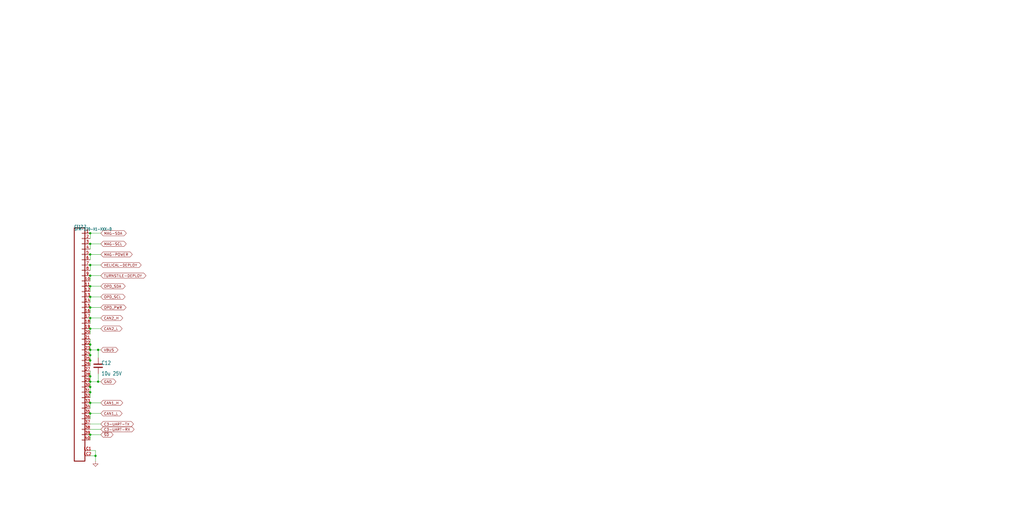
<source format=kicad_sch>
(kicad_sch (version 20211123) (generator eeschema)
  (paper "User" 490.22 254.406)
  (lib_symbols
    (symbol "Device:C" (pin_numbers hide) (pin_names (offset 0.254))
      (property "Reference" "C" (at 0.635 2.54 0))
      (property "Value" "C" (at 0.635 -2.54 0))
      (symbol "C_0_1"
        (polyline (pts (xy -2.032 -0.762) (xy 2.032 -0.762)) (stroke (width 0.508)))
        (polyline (pts (xy -2.032 0.762) (xy 2.032 0.762)) (stroke (width 0.508)))
      )
      (symbol "C_1_1"
        (pin passive line (at 0 3.81 270) (length 2.794) (name "~") (number "1"))
        (pin passive line (at 0 -3.81 90) (length 2.794) (name "~") (number "2"))
      )
    )
    (symbol "oresat-connectors:J-SAMTEC-TFM-120-01-L-D-RA" (pin_names hide)
      (property "Reference" "J" (at -2.54 53.34 0))
      (property "Value" "J-SAMTEC-TFM-120-01-L-D-RA" (at 0 -55.88 0))
      (symbol "J-SAMTEC-TFM-120-01-L-D-RA_0_1"
        (rectangle (start -2.54 50.8) (end 2.54 -60.96) (stroke (width 0.4)))
        (rectangle (start 2.413 -50.673) (end 1.143 -50.927) (stroke (width 0.1524)))
        (rectangle (start 2.413 -48.133) (end 1.143 -48.387) (stroke (width 0.1524)))
        (rectangle (start 2.413 -45.593) (end 1.143 -45.847) (stroke (width 0.1524)))
        (rectangle (start 2.413 -43.053) (end 1.143 -43.307) (stroke (width 0.1524)))
        (rectangle (start 2.413 -40.513) (end 1.143 -40.767) (stroke (width 0.1524)))
        (rectangle (start 2.413 -37.973) (end 1.143 -38.227) (stroke (width 0.1524)))
        (rectangle (start 2.413 -35.433) (end 1.143 -35.687) (stroke (width 0.1524)))
        (rectangle (start 2.413 -32.893) (end 1.143 -33.147) (stroke (width 0.1524)))
        (rectangle (start 2.413 -30.353) (end 1.143 -30.607) (stroke (width 0.1524)))
        (rectangle (start 2.413 -27.813) (end 1.143 -28.067) (stroke (width 0.1524)))
        (rectangle (start 2.413 -25.273) (end 1.143 -25.527) (stroke (width 0.1524)))
        (rectangle (start 2.413 -22.733) (end 1.143 -22.987) (stroke (width 0.1524)))
        (rectangle (start 2.413 -20.193) (end 1.143 -20.447) (stroke (width 0.1524)))
        (rectangle (start 2.413 -17.653) (end 1.143 -17.907) (stroke (width 0.1524)))
        (rectangle (start 2.413 -15.113) (end 1.143 -15.367) (stroke (width 0.1524)))
        (rectangle (start 2.413 -12.573) (end 1.143 -12.827) (stroke (width 0.1524)))
        (rectangle (start 2.413 -10.033) (end 1.143 -10.287) (stroke (width 0.1524)))
        (rectangle (start 2.413 -7.493) (end 1.143 -7.747) (stroke (width 0.1524)))
        (rectangle (start 2.413 -4.953) (end 1.143 -5.207) (stroke (width 0.1524)))
        (rectangle (start 2.413 -2.413) (end 1.143 -2.667) (stroke (width 0.1524)))
        (rectangle (start 2.413 0.127) (end 1.143 -0.127) (stroke (width 0.1524)))
        (rectangle (start 2.413 2.667) (end 1.143 2.413) (stroke (width 0.1524)))
        (rectangle (start 2.413 5.207) (end 1.143 4.953) (stroke (width 0.1524)))
        (rectangle (start 2.413 7.747) (end 1.143 7.493) (stroke (width 0.1524)))
        (rectangle (start 2.413 10.287) (end 1.143 10.033) (stroke (width 0.1524)))
        (rectangle (start 2.413 12.827) (end 1.143 12.573) (stroke (width 0.1524)))
        (rectangle (start 2.413 15.367) (end 1.143 15.113) (stroke (width 0.1524)))
        (rectangle (start 2.413 17.907) (end 1.143 17.653) (stroke (width 0.1524)))
        (rectangle (start 2.413 20.447) (end 1.143 20.193) (stroke (width 0.1524)))
        (rectangle (start 2.413 22.987) (end 1.143 22.733) (stroke (width 0.1524)))
        (rectangle (start 2.413 25.527) (end 1.143 25.273) (stroke (width 0.1524)))
        (rectangle (start 2.413 28.067) (end 1.143 27.813) (stroke (width 0.1524)))
        (rectangle (start 2.413 30.607) (end 1.143 30.353) (stroke (width 0.1524)))
        (rectangle (start 2.413 33.147) (end 1.143 32.893) (stroke (width 0.1524)))
        (rectangle (start 2.413 35.687) (end 1.143 35.433) (stroke (width 0.1524)))
        (rectangle (start 2.413 38.227) (end 1.143 37.973) (stroke (width 0.1524)))
        (rectangle (start 2.413 40.767) (end 1.143 40.513) (stroke (width 0.1524)))
        (rectangle (start 2.413 43.307) (end 1.143 43.053) (stroke (width 0.1524)))
        (rectangle (start 2.413 45.847) (end 1.143 45.593) (stroke (width 0.1524)))
        (rectangle (start 2.413 48.387) (end 1.143 48.133) (stroke (width 0.1524)))
      )
      (symbol "J-SAMTEC-TFM-120-01-L-D-RA_1_1"
        (pin passive line (at 5.08 48.26 180) (length 2.54) (name "") (number "1"))
        (pin passive line (at 5.08 25.4 180) (length 2.54) (name "") (number "10"))
        (pin passive line (at 5.08 22.86 180) (length 2.54) (name "") (number "11"))
        (pin passive line (at 5.08 20.32 180) (length 2.54) (name "") (number "12"))
        (pin passive line (at 5.08 17.78 180) (length 2.54) (name "") (number "13"))
        (pin passive line (at 5.08 15.24 180) (length 2.54) (name "") (number "14"))
        (pin passive line (at 5.08 12.7 180) (length 2.54) (name "") (number "15"))
        (pin passive line (at 5.08 10.16 180) (length 2.54) (name "") (number "16"))
        (pin passive line (at 5.08 7.62 180) (length 2.54) (name "") (number "17"))
        (pin passive line (at 5.08 5.08 180) (length 2.54) (name "") (number "18"))
        (pin passive line (at 5.08 2.54 180) (length 2.54) (name "") (number "19"))
        (pin passive line (at 5.08 45.72 180) (length 2.54) (name "") (number "2"))
        (pin passive line (at 5.08 0 180) (length 2.54) (name "") (number "20"))
        (pin passive line (at 5.08 -2.54 180) (length 2.54) (name "") (number "21"))
        (pin passive line (at 5.08 -5.08 180) (length 2.54) (name "") (number "22"))
        (pin passive line (at 5.08 -7.62 180) (length 2.54) (name "") (number "23"))
        (pin passive line (at 5.08 -10.16 180) (length 2.54) (name "") (number "24"))
        (pin passive line (at 5.08 -12.7 180) (length 2.54) (name "") (number "25"))
        (pin passive line (at 5.08 -15.24 180) (length 2.54) (name "") (number "26"))
        (pin passive line (at 5.08 -17.78 180) (length 2.54) (name "") (number "27"))
        (pin passive line (at 5.08 -20.32 180) (length 2.54) (name "") (number "28"))
        (pin passive line (at 5.08 -22.86 180) (length 2.54) (name "") (number "29"))
        (pin passive line (at 5.08 43.18 180) (length 2.54) (name "") (number "3"))
        (pin passive line (at 5.08 -25.4 180) (length 2.54) (name "") (number "30"))
        (pin passive line (at 5.08 -27.94 180) (length 2.54) (name "") (number "31"))
        (pin passive line (at 5.08 -30.48 180) (length 2.54) (name "") (number "32"))
        (pin passive line (at 5.08 -33.02 180) (length 2.54) (name "") (number "33"))
        (pin passive line (at 5.08 -35.56 180) (length 2.54) (name "") (number "34"))
        (pin passive line (at 5.08 -38.1 180) (length 2.54) (name "") (number "35"))
        (pin passive line (at 5.08 -40.64 180) (length 2.54) (name "") (number "36"))
        (pin passive line (at 5.08 -43.18 180) (length 2.54) (name "") (number "37"))
        (pin passive line (at 5.08 -45.72 180) (length 2.54) (name "") (number "38"))
        (pin passive line (at 5.08 -48.26 180) (length 2.54) (name "") (number "39"))
        (pin passive line (at 5.08 40.64 180) (length 2.54) (name "") (number "4"))
        (pin passive line (at 5.08 -50.8 180) (length 2.54) (name "") (number "40"))
        (pin passive line (at 5.08 38.1 180) (length 2.54) (name "") (number "5"))
        (pin passive line (at 5.08 35.56 180) (length 2.54) (name "") (number "6"))
        (pin passive line (at 5.08 33.02 180) (length 2.54) (name "") (number "7"))
        (pin passive line (at 5.08 30.48 180) (length 2.54) (name "") (number "8"))
        (pin passive line (at 5.08 27.94 180) (length 2.54) (name "") (number "9"))
        (pin passive line (at 5.08 -55.88 180) (length 2.54) (name "") (number "LC1"))
        (pin passive line (at 5.08 -58.42 180) (length 2.54) (name "") (number "LC2"))
      )
    )
    (symbol "power:GND" (power) (pin_names (offset 0))
      (property "Value" "GND" (at 0 -3.81 0))
      (symbol "GND_0_1"
        (polyline (pts (xy 0 0) (xy 0 -1.27) (xy 1.27 -1.27) (xy 0 -2.54) (xy -1.27 -1.27) (xy 0 -1.27)))
      )
      (symbol "GND_1_1"
        (pin power_in line (at 0 0 270) (length 0) hide (name "GND") (number "1"))
      )
    )
  )
  (junction (at 43.18 167.64))
  (junction (at 43.18 165.1))
  (junction (at 43.18 116.84))
  (junction (at 43.18 198.12))
  (junction (at 43.18 152.4))
  (junction (at 43.18 132.08))
  (junction (at 43.18 170.18))
  (junction (at 45.72 218.44))
  (junction (at 43.18 147.32))
  (junction (at 43.18 187.96))
  (junction (at 43.18 193.04))
  (junction (at 43.18 121.92))
  (junction (at 43.18 142.24))
  (junction (at 43.18 172.72))
  (junction (at 43.18 127))
  (junction (at 43.18 180.34))
  (junction (at 43.18 208.28))
  (junction (at 43.18 157.48))
  (junction (at 46.99 167.64))
  (junction (at 43.18 185.42))
  (junction (at 43.18 137.16))
  (junction (at 43.18 111.76))
  (junction (at 43.18 182.88))
  (junction (at 46.99 182.88))
  (wire (pts (xy 45.72 218.44) (xy 45.72 220.98)))
  (wire (pts (xy 48.26 132.08) (xy 43.18 132.08)))
  (wire (pts (xy 43.18 132.08) (xy 43.18 134.62)))
  (wire (pts (xy 43.18 152.4) (xy 48.26 152.4)))
  (wire (pts (xy 48.26 167.64) (xy 46.99 167.64)))
  (wire (pts (xy 43.18 180.34) (xy 43.18 182.88)))
  (wire (pts (xy 43.18 111.76) (xy 48.26 111.76)))
  (wire (pts (xy 43.18 218.44) (xy 45.72 218.44)))
  (wire (pts (xy 43.18 121.92) (xy 48.26 121.92)))
  (wire (pts (xy 43.18 127) (xy 43.18 129.54)))
  (wire (pts (xy 43.18 142.24) (xy 43.18 144.78)))
  (wire (pts (xy 45.72 215.9) (xy 45.72 218.44)))
  (wire (pts (xy 48.26 182.88) (xy 46.99 182.88)))
  (wire (pts (xy 48.26 147.32) (xy 43.18 147.32)))
  (wire (pts (xy 43.18 185.42) (xy 43.18 187.96)))
  (wire (pts (xy 43.18 193.04) (xy 43.18 195.58)))
  (wire (pts (xy 48.26 142.24) (xy 43.18 142.24)))
  (wire (pts (xy 43.18 182.88) (xy 43.18 185.42)))
  (wire (pts (xy 43.18 215.9) (xy 45.72 215.9)))
  (wire (pts (xy 48.26 208.28) (xy 43.18 208.28)))
  (wire (pts (xy 48.26 203.2) (xy 43.18 203.2)))
  (wire (pts (xy 43.18 147.32) (xy 43.18 149.86)))
  (wire (pts (xy 43.18 208.28) (xy 43.18 210.82)))
  (wire (pts (xy 46.99 167.64) (xy 43.18 167.64)))
  (wire (pts (xy 43.18 167.64) (xy 43.18 170.18)))
  (wire (pts (xy 43.18 111.76) (xy 43.18 114.3)))
  (wire (pts (xy 43.18 170.18) (xy 43.18 172.72)))
  (wire (pts (xy 43.18 137.16) (xy 43.18 139.7)))
  (wire (pts (xy 43.18 198.12) (xy 43.18 200.66)))
  (wire (pts (xy 43.18 187.96) (xy 43.18 190.5)))
  (wire (pts (xy 48.26 193.04) (xy 43.18 193.04)))
  (wire (pts (xy 46.99 179.07) (xy 46.99 182.88)))
  (wire (pts (xy 43.18 116.84) (xy 48.26 116.84)))
  (wire (pts (xy 46.99 167.64) (xy 46.99 171.45)))
  (wire (pts (xy 46.99 182.88) (xy 43.18 182.88)))
  (wire (pts (xy 43.18 165.1) (xy 43.18 167.64)))
  (wire (pts (xy 43.18 127) (xy 48.26 127)))
  (wire (pts (xy 43.18 116.84) (xy 43.18 119.38)))
  (wire (pts (xy 48.26 198.12) (xy 43.18 198.12)))
  (wire (pts (xy 43.18 177.8) (xy 43.18 180.34)))
  (wire (pts (xy 48.26 137.16) (xy 43.18 137.16)))
  (wire (pts (xy 43.18 121.92) (xy 43.18 124.46)))
  (wire (pts (xy 43.18 205.74) (xy 48.26 205.74)))
  (wire (pts (xy 43.18 172.72) (xy 43.18 175.26)))
  (wire (pts (xy 43.18 152.4) (xy 43.18 154.94)))
  (wire (pts (xy 43.18 162.56) (xy 43.18 165.1)))
  (wire (pts (xy 43.18 157.48) (xy 43.18 160.02)))
  (wire (pts (xy 48.26 157.48) (xy 43.18 157.48)))
  (global_label "TURNSTILE-DEPLOY" (shape bidirectional) (at 48.26 132.08 0) (effects (font (size 1.2446 1.2446))) (property "Intersheet References" "${INTERSHEET_REFS}" (effects hide)))
  (global_label "OPD_SCL" (shape bidirectional) (at 48.26 142.24 0) (effects (font (size 1.2446 1.2446))) (property "Intersheet References" "${INTERSHEET_REFS}" (effects hide)))
  (global_label "MAG-SCL" (shape bidirectional) (at 48.26 116.84 0) (effects (font (size 1.2446 1.2446))) (property "Intersheet References" "${INTERSHEET_REFS}" (effects hide)))
  (global_label "CAN2_H" (shape bidirectional) (at 48.26 152.4 0) (effects (font (size 1.2446 1.2446))) (property "Intersheet References" "${INTERSHEET_REFS}" (effects hide)))
  (global_label "OPD_PWR" (shape bidirectional) (at 48.26 147.32 0) (effects (font (size 1.2446 1.2446))) (property "Intersheet References" "${INTERSHEET_REFS}" (effects hide)))
  (global_label "GND" (shape bidirectional) (at 48.26 182.88 0) (effects (font (size 1.2446 1.2446))) (property "Intersheet References" "${INTERSHEET_REFS}" (effects hide)))
  (global_label "CAN1_L" (shape bidirectional) (at 48.26 198.12 0) (effects (font (size 1.2446 1.2446))) (property "Intersheet References" "${INTERSHEET_REFS}" (effects hide)))
  (global_label "MAG-POWER" (shape bidirectional) (at 48.26 121.92 0) (effects (font (size 1.2446 1.2446))) (property "Intersheet References" "${INTERSHEET_REFS}" (effects hide)))
  (global_label "CAN1_H" (shape bidirectional) (at 48.26 193.04 0) (effects (font (size 1.2446 1.2446))) (property "Intersheet References" "${INTERSHEET_REFS}" (effects hide)))
  (global_label "C3-UART-TX" (shape bidirectional) (at 48.26 203.2 0) (effects (font (size 1.2446 1.2446))) (property "Intersheet References" "${INTERSHEET_REFS}" (effects hide)))
  (global_label "OPD_SDA" (shape bidirectional) (at 48.26 137.16 0) (effects (font (size 1.2446 1.2446))) (property "Intersheet References" "${INTERSHEET_REFS}" (effects hide)))
  (global_label "VBUS" (shape bidirectional) (at 48.26 167.64 0) (effects (font (size 1.2446 1.2446))) (property "Intersheet References" "${INTERSHEET_REFS}" (effects hide)))
  (global_label "~{SD}" (shape bidirectional) (at 48.26 208.28 0) (effects (font (size 1.2446 1.2446))) (property "Intersheet References" "${INTERSHEET_REFS}" (effects hide)))
  (global_label "HELICAL-DEPLOY" (shape bidirectional) (at 48.26 127 0) (effects (font (size 1.2446 1.2446))) (property "Intersheet References" "${INTERSHEET_REFS}" (effects hide)))
  (global_label "C3-UART-RX" (shape bidirectional) (at 48.26 205.74 0) (effects (font (size 1.2446 1.2446))) (property "Intersheet References" "${INTERSHEET_REFS}" (effects hide)))
  (global_label "CAN2_L" (shape bidirectional) (at 48.26 157.48 0) (effects (font (size 1.2446 1.2446))) (property "Intersheet References" "${INTERSHEET_REFS}" (effects hide)))
  (global_label "MAG-SDA" (shape bidirectional) (at 48.26 111.76 0) (effects (font (size 1.2446 1.2446))) (property "Intersheet References" "${INTERSHEET_REFS}" (effects hide)))
  (symbol (lib_id "oresat-connectors:J-SAMTEC-TFM-120-01-L-D-RA") (at 38.1 160.02 0) (unit 1)
    (property "Reference" "CF12.2" (at 35.56 109.22 0) (effects (font (size 1.27 1.0795)) (justify left bottom)))
    (property "Value" "SFM-120-X1-XXX-D" (at 35.56 110.49 0) (effects (font (size 1.27 1.0795)) (justify left bottom)))
    (property "Footprint" "oresat-connectors:J-SAMTEC-SFM-120-X1-XXX-D" (effects hide))
  )
  (symbol (lib_id "power:GND") (at 45.72 220.98 0) (unit 1)
    (property "Reference" "#GND0111" (effects hide))
    (property "Value" "GND" (effects hide))
    (property "Footprint" "oresat-backplane-2u:" (effects hide))
  )
  (symbol (lib_id "Device:C") (at 46.99 175.26 0) (unit 1)
    (property "Reference" "C12" (at 48.514 174.879 0) (effects (font (size 1.778 1.5113)) (justify left bottom)))
    (property "Value" "10u 25V" (at 48.514 179.959 0) (effects (font (size 1.778 1.5113)) (justify left bottom)))
    (property "Footprint" "Capacitor_SMD:C_1206_3216Metric" (effects hide))
  )
)
</source>
